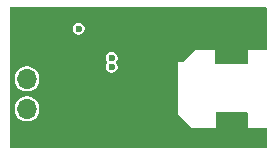
<source format=gbr>
%TF.GenerationSoftware,KiCad,Pcbnew,9.0.6+1*%
%TF.CreationDate,2026-01-19T09:17:55-08:00*%
%TF.ProjectId,yorp,796f7270-2e6b-4696-9361-645f70636258,rev?*%
%TF.SameCoordinates,Original*%
%TF.FileFunction,Copper,L2,Inr*%
%TF.FilePolarity,Positive*%
%FSLAX46Y46*%
G04 Gerber Fmt 4.6, Leading zero omitted, Abs format (unit mm)*
G04 Created by KiCad (PCBNEW 9.0.6+1) date 2026-01-19 09:17:55*
%MOMM*%
%LPD*%
G01*
G04 APERTURE LIST*
%TA.AperFunction,ComponentPad*%
%ADD10R,1.700000X1.700000*%
%TD*%
%TA.AperFunction,ComponentPad*%
%ADD11O,1.700000X1.700000*%
%TD*%
%TA.AperFunction,ViaPad*%
%ADD12C,0.600000*%
%TD*%
G04 APERTURE END LIST*
D10*
%TO.N,GND*%
%TO.C,J1*%
X75000000Y-82935000D03*
D11*
%TO.N,/3.6V*%
X75000000Y-85475000D03*
%TO.N,/5V*%
X75000000Y-88015000D03*
%TD*%
D12*
%TO.N,GND*%
X85350000Y-85250000D03*
X76300000Y-88900000D03*
X76200000Y-90300000D03*
X84925000Y-86525000D03*
X80250000Y-81246835D03*
X92050000Y-79750000D03*
X80500000Y-90900000D03*
X86975000Y-79750000D03*
X80425000Y-87650000D03*
X86075000Y-87675000D03*
X74400000Y-80600000D03*
X76900000Y-80600000D03*
X80425000Y-86500000D03*
X84250000Y-90900000D03*
X86500000Y-85250000D03*
X82600000Y-87650000D03*
X82600000Y-86500000D03*
X79500000Y-85825000D03*
X84925000Y-87675000D03*
X79250000Y-90900000D03*
X76350000Y-81300000D03*
X86275000Y-80600000D03*
X77250000Y-83175000D03*
X78000000Y-90900000D03*
X78300000Y-82350000D03*
X89525000Y-79750000D03*
X88250000Y-79750000D03*
X74900000Y-90300000D03*
X76500000Y-83975000D03*
X87250000Y-84750000D03*
X94700000Y-79750000D03*
X75050000Y-81300000D03*
X84250000Y-83000000D03*
X76750000Y-90900000D03*
X84250000Y-85250000D03*
X93425000Y-79750000D03*
X83000000Y-90900000D03*
X75650000Y-80600000D03*
X74250000Y-90900000D03*
X82200000Y-85825000D03*
X90800000Y-79750000D03*
X81750000Y-90900000D03*
X79400000Y-87650000D03*
X75500000Y-90900000D03*
%TO.N,/3.6V*%
X79375000Y-81225000D03*
%TO.N,/5V*%
X82175000Y-84450000D03*
X82175000Y-83700000D03*
%TD*%
%TA.AperFunction,Conductor*%
%TO.N,GND*%
G36*
X95267539Y-79385185D02*
G01*
X95313294Y-79437989D01*
X95324500Y-79489500D01*
X95324500Y-82876000D01*
X95304815Y-82943039D01*
X95252011Y-82988794D01*
X95200500Y-83000000D01*
X93750000Y-83000000D01*
X93750000Y-84126000D01*
X93730315Y-84193039D01*
X93677511Y-84238794D01*
X93626000Y-84250000D01*
X91074000Y-84250000D01*
X91006961Y-84230315D01*
X90961206Y-84177511D01*
X90950000Y-84126000D01*
X90950000Y-83000000D01*
X89225000Y-83000000D01*
X88846604Y-83392686D01*
X88254979Y-84006651D01*
X88194286Y-84041266D01*
X88165530Y-84044609D01*
X87800000Y-84044142D01*
X87800000Y-84044143D01*
X87800000Y-88414933D01*
X88975000Y-89600000D01*
X90975365Y-89600000D01*
X90975366Y-89600000D01*
X90973285Y-88508841D01*
X90973029Y-88374236D01*
X90992586Y-88307160D01*
X91045303Y-88261304D01*
X91097029Y-88250000D01*
X93601000Y-88250000D01*
X93668039Y-88269685D01*
X93713794Y-88322489D01*
X93725000Y-88374000D01*
X93725000Y-89600000D01*
X95200500Y-89600000D01*
X95267539Y-89619685D01*
X95313294Y-89672489D01*
X95324500Y-89724000D01*
X95324500Y-91180500D01*
X95304815Y-91247539D01*
X95252011Y-91293294D01*
X95200500Y-91304500D01*
X73699500Y-91304500D01*
X73632461Y-91284815D01*
X73586706Y-91232011D01*
X73575500Y-91180500D01*
X73575500Y-87911530D01*
X73949500Y-87911530D01*
X73949500Y-88118469D01*
X73989868Y-88321412D01*
X73989870Y-88321420D01*
X74069058Y-88512596D01*
X74184024Y-88684657D01*
X74330342Y-88830975D01*
X74330345Y-88830977D01*
X74502402Y-88945941D01*
X74693580Y-89025130D01*
X74896530Y-89065499D01*
X74896534Y-89065500D01*
X74896535Y-89065500D01*
X75103466Y-89065500D01*
X75103467Y-89065499D01*
X75306420Y-89025130D01*
X75497598Y-88945941D01*
X75669655Y-88830977D01*
X75815977Y-88684655D01*
X75930941Y-88512598D01*
X76010130Y-88321420D01*
X76050500Y-88118465D01*
X76050500Y-87911535D01*
X76010130Y-87708580D01*
X75930941Y-87517402D01*
X75815977Y-87345345D01*
X75815975Y-87345342D01*
X75669657Y-87199024D01*
X75583626Y-87141541D01*
X75497598Y-87084059D01*
X75306420Y-87004870D01*
X75306412Y-87004868D01*
X75103469Y-86964500D01*
X75103465Y-86964500D01*
X74896535Y-86964500D01*
X74896530Y-86964500D01*
X74693587Y-87004868D01*
X74693579Y-87004870D01*
X74502403Y-87084058D01*
X74330342Y-87199024D01*
X74184024Y-87345342D01*
X74069058Y-87517403D01*
X73989870Y-87708579D01*
X73989868Y-87708587D01*
X73949500Y-87911530D01*
X73575500Y-87911530D01*
X73575500Y-85371530D01*
X73949500Y-85371530D01*
X73949500Y-85578469D01*
X73989868Y-85781412D01*
X73989870Y-85781420D01*
X74069058Y-85972596D01*
X74184024Y-86144657D01*
X74330342Y-86290975D01*
X74330345Y-86290977D01*
X74502402Y-86405941D01*
X74693580Y-86485130D01*
X74896530Y-86525499D01*
X74896534Y-86525500D01*
X74896535Y-86525500D01*
X75103466Y-86525500D01*
X75103467Y-86525499D01*
X75306420Y-86485130D01*
X75497598Y-86405941D01*
X75669655Y-86290977D01*
X75815977Y-86144655D01*
X75930941Y-85972598D01*
X76010130Y-85781420D01*
X76050500Y-85578465D01*
X76050500Y-85371535D01*
X76010130Y-85168580D01*
X75930941Y-84977402D01*
X75815977Y-84805345D01*
X75815975Y-84805342D01*
X75669657Y-84659024D01*
X75583626Y-84601541D01*
X75497598Y-84544059D01*
X75429597Y-84515892D01*
X75306420Y-84464870D01*
X75306412Y-84464868D01*
X75103469Y-84424500D01*
X75103465Y-84424500D01*
X74896535Y-84424500D01*
X74896530Y-84424500D01*
X74693587Y-84464868D01*
X74693579Y-84464870D01*
X74502403Y-84544058D01*
X74330342Y-84659024D01*
X74184024Y-84805342D01*
X74069058Y-84977403D01*
X73989870Y-85168579D01*
X73989868Y-85168587D01*
X73949500Y-85371530D01*
X73575500Y-85371530D01*
X73575500Y-83634108D01*
X81674500Y-83634108D01*
X81674500Y-83765891D01*
X81708609Y-83893188D01*
X81708609Y-83893189D01*
X81777782Y-84013000D01*
X81794255Y-84080900D01*
X81777782Y-84137000D01*
X81708609Y-84256810D01*
X81708609Y-84256811D01*
X81674500Y-84384108D01*
X81674500Y-84515891D01*
X81708608Y-84643187D01*
X81717752Y-84659024D01*
X81774500Y-84757314D01*
X81867686Y-84850500D01*
X81981814Y-84916392D01*
X82109108Y-84950500D01*
X82109110Y-84950500D01*
X82240890Y-84950500D01*
X82240892Y-84950500D01*
X82368186Y-84916392D01*
X82482314Y-84850500D01*
X82575500Y-84757314D01*
X82641392Y-84643186D01*
X82675500Y-84515892D01*
X82675500Y-84384108D01*
X82641392Y-84256814D01*
X82575500Y-84142686D01*
X82575498Y-84142684D01*
X82572217Y-84137001D01*
X82555744Y-84069101D01*
X82572217Y-84012999D01*
X82575498Y-84007315D01*
X82575500Y-84007314D01*
X82641392Y-83893186D01*
X82675500Y-83765892D01*
X82675500Y-83634108D01*
X82641392Y-83506814D01*
X82575500Y-83392686D01*
X82482314Y-83299500D01*
X82425250Y-83266554D01*
X82368187Y-83233608D01*
X82304539Y-83216554D01*
X82240892Y-83199500D01*
X82109108Y-83199500D01*
X81981812Y-83233608D01*
X81867686Y-83299500D01*
X81867683Y-83299502D01*
X81774502Y-83392683D01*
X81774500Y-83392686D01*
X81708608Y-83506812D01*
X81674500Y-83634108D01*
X73575500Y-83634108D01*
X73575500Y-81159108D01*
X78874500Y-81159108D01*
X78874500Y-81290891D01*
X78908608Y-81418187D01*
X78941554Y-81475250D01*
X78974500Y-81532314D01*
X79067686Y-81625500D01*
X79181814Y-81691392D01*
X79309108Y-81725500D01*
X79309110Y-81725500D01*
X79440890Y-81725500D01*
X79440892Y-81725500D01*
X79568186Y-81691392D01*
X79682314Y-81625500D01*
X79775500Y-81532314D01*
X79841392Y-81418186D01*
X79875500Y-81290892D01*
X79875500Y-81159108D01*
X79841392Y-81031814D01*
X79775500Y-80917686D01*
X79682314Y-80824500D01*
X79625250Y-80791554D01*
X79568187Y-80758608D01*
X79504539Y-80741554D01*
X79440892Y-80724500D01*
X79309108Y-80724500D01*
X79181812Y-80758608D01*
X79067686Y-80824500D01*
X79067683Y-80824502D01*
X78974502Y-80917683D01*
X78974500Y-80917686D01*
X78908608Y-81031812D01*
X78874500Y-81159108D01*
X73575500Y-81159108D01*
X73575500Y-79489500D01*
X73595185Y-79422461D01*
X73647989Y-79376706D01*
X73699500Y-79365500D01*
X95200500Y-79365500D01*
X95267539Y-79385185D01*
G37*
%TD.AperFunction*%
%TD*%
M02*

</source>
